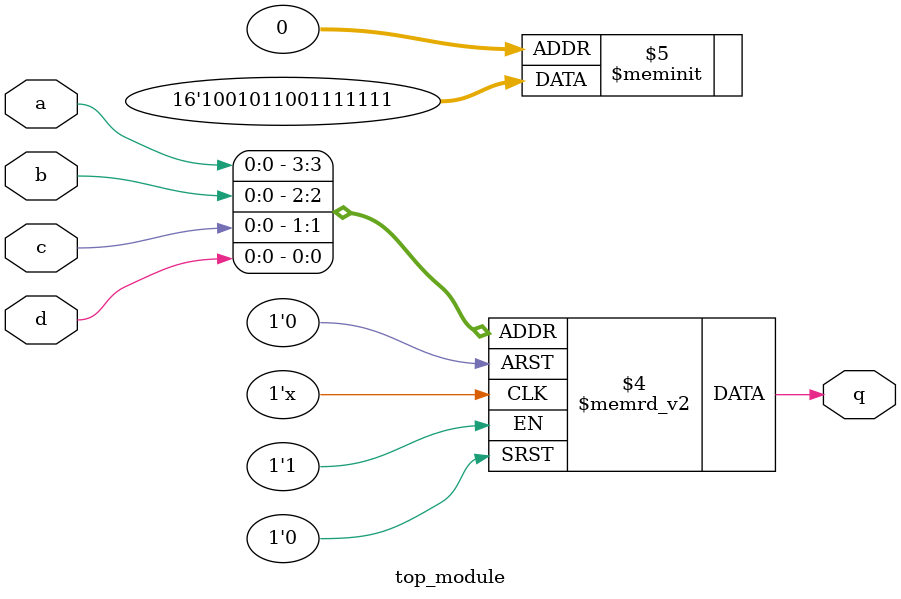
<source format=sv>
module top_module (
    input a, 
    input b, 
    input c, 
    input d,
    output reg q
);

always @* begin
    case ({a, b, c, d})
        4'b0000: q = 1;
        4'b0001: q = 1;
        4'b0010: q = 1;
        4'b0011: q = 1;
        4'b0100: q = 1;
        4'b0101: q = 1;
        4'b0110: q = 1;
        4'b0111: q = 0;
        4'b1000: q = 0;
        4'b1001: q = 1;
        4'b1010: q = 1;
        4'b1011: q = 0;
        4'b1100: q = 1;
        4'b1101: q = 0;
        4'b1110: q = 0;
        4'b1111: q = 1;
    endcase
end

endmodule

</source>
